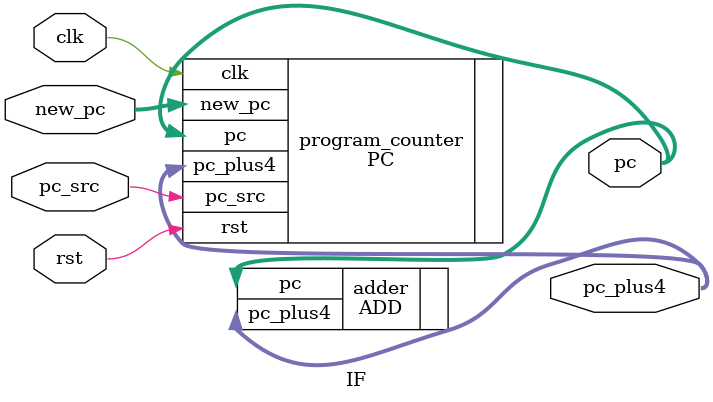
<source format=v>
`include "src/dp_components/pc.v"
`include "src/dp_components/add.v"


module IF (
    input clk, rst,
    input [31:0] new_pc,
    input pc_src,
    output wire[31:0] pc_plus4,
    output [31:0]pc
);
    
    PC program_counter(
        .clk(clk),
        .rst(rst),
        .pc_plus4(pc_plus4),
        .new_pc(new_pc),
        .pc_src(pc_src),
        .pc(pc)
    );

    ADD adder(
        .pc(pc),
        .pc_plus4(pc_plus4)
    );

endmodule
</source>
